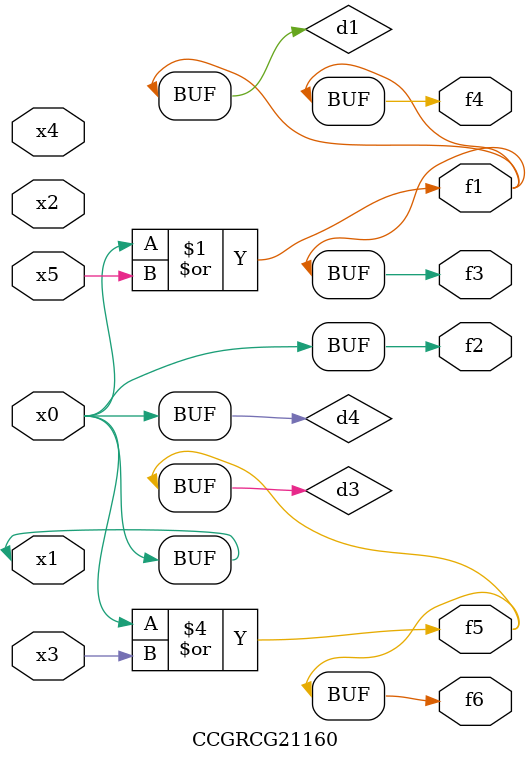
<source format=v>
module CCGRCG21160(
	input x0, x1, x2, x3, x4, x5,
	output f1, f2, f3, f4, f5, f6
);

	wire d1, d2, d3, d4;

	or (d1, x0, x5);
	xnor (d2, x1, x4);
	or (d3, x0, x3);
	buf (d4, x0, x1);
	assign f1 = d1;
	assign f2 = d4;
	assign f3 = d1;
	assign f4 = d1;
	assign f5 = d3;
	assign f6 = d3;
endmodule

</source>
